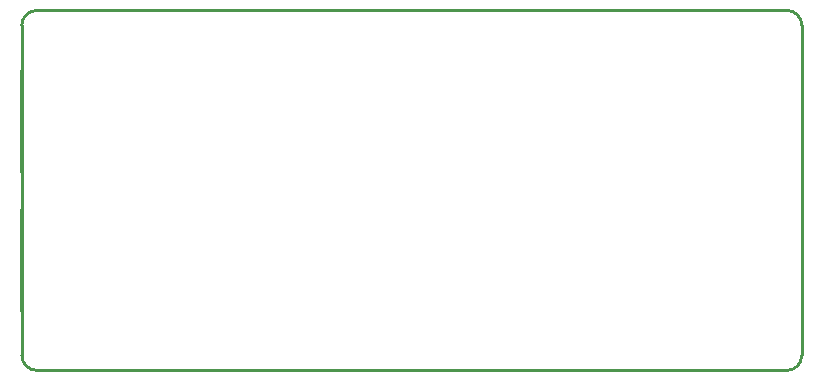
<source format=gm1>
G04*
G04 #@! TF.GenerationSoftware,Altium Limited,Altium Designer,21.1.1 (26)*
G04*
G04 Layer_Color=16711935*
%FSLAX25Y25*%
%MOIN*%
G70*
G04*
G04 #@! TF.SameCoordinates,92C3B5E9-EA3E-484C-A3A4-AEB32AC4DFB4*
G04*
G04*
G04 #@! TF.FilePolarity,Positive*
G04*
G01*
G75*
%ADD15C,0.01000*%
D15*
X326724Y320000D02*
G03*
X331724Y315000I5000J0D01*
G01*
X331724Y435000D02*
G03*
X326724Y430000I0J-5000D01*
G01*
X586724Y430000D02*
G03*
X581724Y435000I-5000J0D01*
G01*
Y315000D02*
G03*
X586724Y320000I0J5000D01*
G01*
Y430000D01*
X331724Y315000D02*
X581724D01*
X326724Y320000D02*
Y430000D01*
X331724Y435000D02*
X581724D01*
X326488Y381222D02*
Y415278D01*
Y334722D02*
Y368778D01*
M02*

</source>
